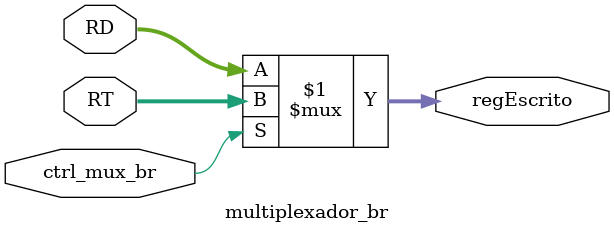
<source format=v>
module multiplexador_br(RT, RD, ctrl_mux_br, regEscrito);
	// Entradas
	input [4:0] RT; // Registrador escrito em instrucoes tipo I
	input [4:0] RD; // Registrador escrito em instrucoes tipo R
	
	// Controle
	input ctrl_mux_br; // Sinal de controle vindo da UC
	
	// Saida
	output [4:0] regEscrito; // Registrador que sera escrito
	assign regEscrito = ctrl_mux_br ? RT : RD;
endmodule

</source>
